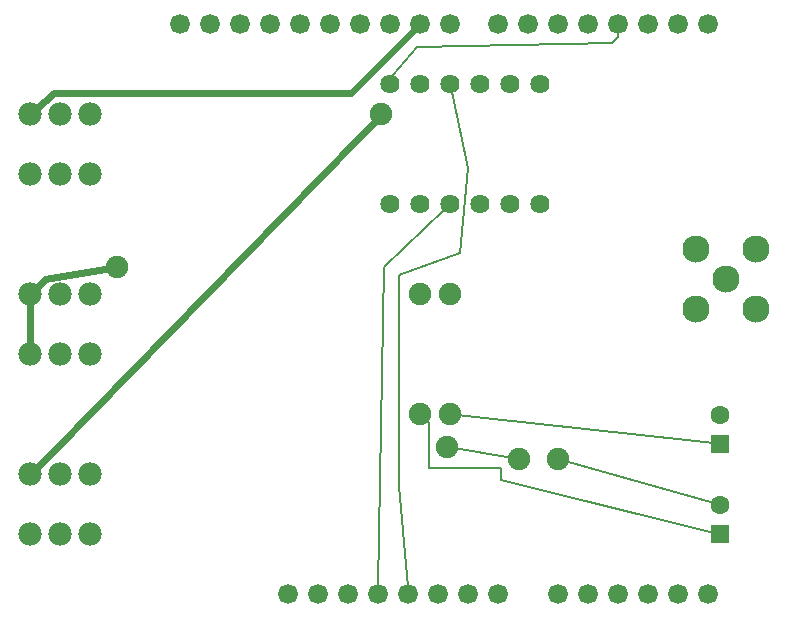
<source format=gbl>
G04 MADE WITH FRITZING*
G04 WWW.FRITZING.ORG*
G04 DOUBLE SIDED*
G04 HOLES PLATED*
G04 CONTOUR ON CENTER OF CONTOUR VECTOR*
%ASAXBY*%
%FSLAX23Y23*%
%MOIN*%
%OFA0B0*%
%SFA1.0B1.0*%
%ADD10C,0.062992*%
%ADD11C,0.075000*%
%ADD12C,0.064000*%
%ADD13C,0.078000*%
%ADD14C,0.090551*%
%ADD15C,0.066194*%
%ADD16C,0.066222*%
%ADD17C,0.075433*%
%ADD18R,0.062992X0.062992*%
%ADD19C,0.008000*%
%ADD20C,0.024000*%
%LNCOPPER0*%
G90*
G70*
G54D10*
X2565Y626D03*
X2565Y725D03*
X2565Y326D03*
X2565Y425D03*
G54D11*
X1665Y1126D03*
X1665Y726D03*
X1565Y1126D03*
X1565Y726D03*
G54D12*
X1865Y1426D03*
X1765Y1426D03*
X1665Y1426D03*
X1565Y1426D03*
X1465Y1426D03*
X1465Y1826D03*
X1565Y1826D03*
X1665Y1826D03*
X1765Y1826D03*
X1865Y1826D03*
X1965Y1826D03*
X1965Y1426D03*
G54D13*
X465Y526D03*
X365Y526D03*
X265Y526D03*
X465Y1126D03*
X365Y1126D03*
X265Y1126D03*
X465Y1726D03*
X365Y1726D03*
X265Y1726D03*
G54D14*
X2482Y1276D03*
X2582Y1176D03*
X2482Y1076D03*
X2682Y1076D03*
X2682Y1276D03*
G54D15*
X2125Y126D03*
X2225Y126D03*
X2325Y126D03*
X2425Y126D03*
X2525Y126D03*
G54D16*
X1665Y2026D03*
X1565Y2026D03*
X1465Y2026D03*
X1365Y2026D03*
X1265Y2026D03*
X1165Y2026D03*
X1065Y2026D03*
X965Y2026D03*
X865Y2026D03*
X765Y2026D03*
X2525Y2026D03*
X2425Y2026D03*
X2325Y2026D03*
X2225Y2026D03*
X2125Y2026D03*
X2025Y2026D03*
X1925Y2026D03*
X1825Y2026D03*
G54D15*
X1225Y126D03*
X1125Y126D03*
X1325Y126D03*
X1425Y126D03*
X1525Y126D03*
X1625Y126D03*
X1725Y126D03*
X1825Y126D03*
X2025Y126D03*
G54D13*
X465Y326D03*
X365Y326D03*
X265Y326D03*
X465Y926D03*
X365Y926D03*
X265Y926D03*
X465Y1526D03*
X365Y1526D03*
X265Y1526D03*
G54D17*
X1895Y578D03*
X1655Y618D03*
X555Y1218D03*
X1435Y1728D03*
X2025Y578D03*
G54D18*
X2565Y626D03*
X2565Y326D03*
G54D19*
X2544Y629D02*
X1688Y724D01*
D02*
X1473Y1851D02*
X1475Y1858D01*
X1475Y1858D02*
X1554Y1951D01*
D02*
X2205Y1964D02*
X2223Y1984D01*
D02*
X1554Y1951D02*
X2205Y1964D01*
D02*
X2223Y1984D02*
X2224Y2001D01*
D02*
X1646Y1409D02*
X1445Y1218D01*
D02*
X1445Y1218D02*
X1425Y151D01*
D02*
X1872Y581D02*
X1678Y614D01*
D02*
X2544Y331D02*
X1835Y508D01*
X1835Y508D02*
X1835Y548D01*
X1835Y548D02*
X1595Y548D01*
X1595Y548D02*
X1595Y698D01*
X1595Y698D02*
X1582Y710D01*
G54D20*
D02*
X1547Y2009D02*
X1335Y1798D01*
D02*
X1335Y1798D02*
X345Y1798D01*
D02*
X345Y1798D02*
X283Y1743D01*
D02*
X265Y951D02*
X265Y1102D01*
D02*
X532Y1214D02*
X315Y1178D01*
D02*
X315Y1178D02*
X282Y1144D01*
D02*
X1419Y1711D02*
X282Y544D01*
G54D19*
D02*
X2047Y571D02*
X2544Y430D01*
D02*
X1495Y1190D02*
X1495Y487D01*
D02*
X1698Y1265D02*
X1495Y1190D01*
D02*
X1670Y1801D02*
X1723Y1546D01*
D02*
X1495Y487D02*
X1523Y151D01*
D02*
X1723Y1546D02*
X1698Y1265D01*
G04 End of Copper0*
M02*
</source>
